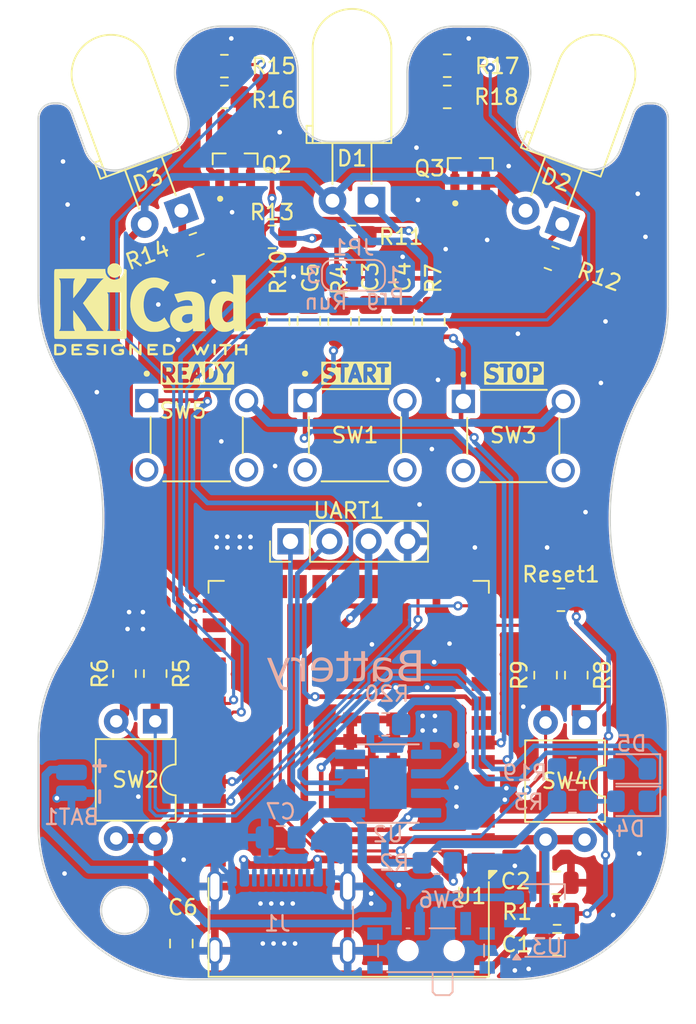
<source format=kicad_pcb>
(kicad_pcb (version 20240108) (generator "pcbnew") (generator_version "8.0")
  (layers (0 "F.Cu" signal) (31 "B.Cu" signal) (34 "B.Paste" user) (35 "F.Paste" user) (36 "B.SilkS" user "B.Silkscreen") (37 "F.SilkS" user "F.Silkscreen") (38 "B.Mask" user) (39 "F.Mask" user) (44 "Edge.Cuts" user))
  (net 0 "")
  (net 1 "+3V3")
  (net 2 "GND")
  (net 3 "/ESP_En")
  (net 4 "/ESP_Boot")
  (net 6 "Net-(Q2-Pad1)")
  (net 7 "Net-(Q3-Pad1)")
  (net 15 "/Esp32_UART_RX")
  (net 18 "/LED_IR")
  (net 25 "/Esp32_UART_TX")
  (net 26 "/LED_PROG")
  (net 27 "Net-(SW6A-B)")
  (net 34 "Net-(Q3-Pad3)")
  (net 35 "Net-(BAT1-+)")
  (net 36 "Net-(D1-K)")
  (net 37 "Net-(D2-K)")
  (net 38 "Net-(D3-K)")
  (net 39 "Net-(Q2-Pad3)")
  (net 40 "/STOP_BTN")
  (net 41 "/READY_BTN")
  (net 42 "+3.3V")
  (net 43 "/START_BTN")
  (net 44 "/SWITCH1")
  (net 45 "/SWITCH2")
  (net 46 "/SWITCH3")
  (net 47 "/SWITCH4")
  (net 48 "Net-(J1-VBUS-PadA4)")
  (net 57 "Net-(D4-A)")
  (net 58 "Net-(D4-K)")
  (net 59 "Net-(D5-K)")
  (net 60 "Net-(D5-A)")
  (net 61 "5V")
  (net 62 "Net-(U2-Prog)")
  (footprint "Resistor_SMD:R_0805_2012Metric_Pad1.20x1.40mm_HandSolder" (layer "F.Cu") (at 159.4 110.1 90)
    (property "Reference" "R8")
    (property "Value" "47K")
  )
  (footprint "Resistor_SMD:R_0805_2012Metric_Pad1.20x1.40mm_HandSolder" (layer "F.Cu") (at 136.5 72.5)
    (property "Reference" "R16")
    (property "Value" "100K")
  )
  (footprint "LED_THT:LED_D5.0mm_Horizontal_O3.81mm_Z15.0mm" (layer "F.Cu") (at 133.7 79.9 -160)
    (property "Reference" "D3")
    (property "Value" "LED")
  )
  (footprint "Capacitor_SMD:C_0805_2012Metric_Pad1.18x1.45mm_HandSolder" (layer "F.Cu") (at 142 87.0625 90)
    (property "Reference" "C5")
    (property "Value" "0.1uF")
  )
  (footprint "Perico:SOT23(IRLML2502)" (layer "F.Cu") (at 152.5 77.1275 90)
    (property "Reference" "Q3")
    (property "Value" "IRLML2502")
  )
  (footprint "Package_DIP:DIP-4_W7.62mm" (layer "F.Cu") (at 159.94 113.18 -90)
    (property "Reference" "SW4")
    (property "Value" "SW_DIP_x02")
  )
  (footprint "Perico:Switch" (layer "F.Cu") (at 145 94.5)
    (property "Reference" "SW1")
    (property "Value" "SW_Push")
  )
  (footprint "Capacitor_SMD:C_0805_2012Metric" (layer "F.Cu") (at 158.1 123.6)
    (property "Reference" "C2")
    (property "Value" "1uF")
  )
  (footprint "Resistor_SMD:R_0805_2012Metric_Pad1.20x1.40mm_HandSolder" (layer "F.Cu") (at 130 110 90)
    (property "Reference" "R6")
    (property "Value" "47K")
  )
  (footprint "Resistor_SMD:R_0805_2012Metric_Pad1.20x1.40mm_HandSolder" (layer "F.Cu") (at 158.4 105.2)
    (property "Reference" "Reset1")
    (property "Value" "Reset")
  )
  (footprint "Resistor_SMD:R_0805_2012Metric_Pad1.20x1.40mm_HandSolder" (layer "F.Cu") (at 157.8 83 -20)
    (property "Reference" "R12")
    (property "Value" "150r")
  )
  (footprint "Resistor_SMD:R_0805_2012Metric_Pad1.20x1.40mm_HandSolder" (layer "F.Cu") (at 136.5 70.5)
    (property "Reference" "R15")
    (property "Value" "4.7k")
  )
  (footprint "Resistor_SMD:R_0805_2012Metric_Pad1.20x1.40mm_HandSolder" (layer "F.Cu") (at 132 110 90)
    (property "Reference" "R5")
    (property "Value" "47K")
  )
  (footprint "RF_Module:ESP32-WROOM-32D" (layer "F.Cu") (at 144.59 113.85 180)
    (property "Reference" "U1")
    (property "Value" "ESP32-WROOM-32D")
  )
  (footprint "Resistor_SMD:R_0805_2012Metric_Pad1.20x1.40mm_HandSolder" (layer "F.Cu") (at 134.7 82.1 20)
    (property "Reference" "R14")
    (property "Value" "150r")
  )
  (footprint "Symbol:KiCad-Logo2_5mm_SilkScreen" (layer "F.Cu") (at 131.7 86.3)
    (property "Reference" "REF**" (hide yes))
    (property "Value" "KiCad-Logo2_5mm_SilkScreen" (hide yes))
  )
  (footprint "Capacitor_SMD:C_0805_2012Metric_Pad1.18x1.45mm_HandSolder" (layer "F.Cu") (at 148.1 87.0625 90)
    (property "Reference" "C4")
    (property "Value" "0.1uF")
  )
  (footprint "Capacitor_SMD:C_0805_2012Metric" (layer "F.Cu") (at 133.7 127.55 90)
    (property "Reference" "C6")
    (property "Value" "1uF")
  )
  (footprint "Resistor_SMD:R_0805_2012Metric_Pad1.20x1.40mm_HandSolder" (layer "F.Cu") (at 140 87.1 90)
    (property "Reference" "R10")
    (property "Value" "47K")
  )
  (footprint "Capacitor_SMD:C_0805_2012Metric_Pad1.18x1.45mm_HandSolder" (layer "F.Cu") (at 146 87.0625 90)
    (property "Reference" "C3")
    (property "Value" "0.1uF")
  )
  (footprint "Resistor_SMD:R_0805_2012Metric" (layer "F.Cu") (at 158.15 125.6)
    (property "Reference" "R1")
    (property "Value" "10K")
  )
  (footprint "Resistor_SMD:R_0805_2012Metric_Pad1.20x1.40mm_HandSolder" (layer "F.Cu") (at 157.4 110.1 90)
    (property "Reference" "R9")
    (property "Value" "47K")
  )
  (footprint "Perico:Switch" (layer "F.Cu") (at 134.7 94.5)
    (property "Reference" "SW5")
    (property "Value" "SW_Push")
  )
  (footprint "LED_THT:LED_D5.0mm_Horizontal_O3.81mm_Z15.0mm" (layer "F.Cu") (at 158.486819 80.768731 160)
    (property "Reference" "D2")
    (property "Value" "LED")
  )
  (footprint "Connector_PinHeader_2.54mm:PinHeader_1x04_P2.54mm_Vertical" (layer "F.Cu") (at 140.8 101.4 90)
    (property "Reference" "UART1")
    (property "Value" "Conn_01x04_Pin")
  )
  (footprint "Resistor_SMD:R_0805_2012Metric_Pad1.20x1.40mm_HandSolder" (layer "F.Cu") (at 150.1 87.1 90)
    (property "Reference" "R7")
    (property "Value" "47K")
  )
  (footprint "Perico:Switch" (layer "F.Cu") (at 155.3 94.55)
    (property "Reference" "SW3")
    (property "Value" "SW_Push")
  )
  (footprint "Resistor_SMD:R_0805_2012Metric_Pad1.20x1.40mm_HandSolder" (layer "F.Cu") (at 151 72.5)
    (property "Reference" "R18")
    (property "Value" "100K")
  )
  (footprint "Resistor_SMD:R_0805_2012Metric_Pad1.20x1.40mm_HandSolder" (layer "F.Cu") (at 139.6 81.6 180)
    (property "Reference" "R13")
    (property "Value" "0r")
  )
  (footprint "Resistor_SMD:R_0805_2012Metric_Pad1.20x1.40mm_HandSolder" (layer "F.Cu") (at 151 70.475)
    (property "Reference" "R17")
    (property "Value" "4.7k")
  )
  (footprint "Package_DIP:DIP-4_W7.62mm" (layer "F.Cu") (at 132 113.1 -90)
    (property "Reference" "SW2")
    (property "Value" "SW_DIP_x02")
  )
  (footprint "Capacitor_SMD:C_0805_2012Metric" (layer "F.Cu") (at 158.15 127.6 180)
    (property "Reference" "C1")
    (property "Value" "0.1uF")
  )
  (footprint "LED_THT:LED_D5.0mm_Horizontal_O3.81mm_Z15.0mm" (layer "F.Cu") (at 146.075 79.25 180)
    (property "Reference" "D1")
    (property "Value" "LED")
  )
  (footprint "Resistor_SMD:R_0805_2012Metric_Pad1.20x1.40mm_HandSolder" (layer "F.Cu") (at 144.8 81.6 180)
    (property "Reference" "R11")
    (property "Value" "150r")
  )
  (footprint "Resistor_SMD:R_0805_2012Metric_Pad1.20x1.40mm_HandSolder" (layer "F.Cu") (at 144 87.1 90)
    (property "Reference" "R4")
    (property "Value" "47K")
  )
  (footprint "Perico:SOT23(IRLML2502)" (layer "F.Cu") (at 137.2 76.8275 90)
    (property "Reference" "Q2")
    (property "Value" "IRLML2502" (hide yes))
  )
  (footprint "Resistor_SMD:R_0805_2012Metric_Pad1.20x1.40mm_HandSolder" (layer "B.Cu") (at 150.35 122.3 180)
    (property "Reference" "R2")
    (property "Value" "0r")
  )
  (footprint "Resistor_SMD:R_0805_2012Metric_Pad1.20x1.40mm_HandSolder" (layer "B.Cu") (at 159.15 116.2)
    (property "Reference" "R19")
    (property "Value" "150r")
  )
  (footprint "Jumper:SolderJumper-3_P1.3mm_Open_RoundedPad1.0x1.5mm_NumberLabels" (layer "B.Cu") (at 144.9 84.1 180)
    (property "Reference" "JP1")
    (property "Value" "Jumper_3_Open")
  )
  (footprint "Resistor_SMD:R_0805_2012Metric_Pad1.20x1.40mm_HandSolder" (layer "B.Cu") (at 147 113.3)
    (property "Reference" "R20")
    (property "Value" "1K5")
  )
  (footprint "LED_SMD:LED_0805_2012Metric_Pad1.15x1.40mm_HandSolder" (layer "B.Cu") (at 163 116.2 180)
    (property "Reference" "D5")
    (property "Value" "LED")
  )
  (footprint "Resistor_SMD:R_0805_2012Metric_Pad1.20x1.40mm_HandSolder" (layer "B.Cu") (at 159.15 118.3)
    (property "Reference" "R3")
    (property "Value" "150r")
  )
  (footprint "Perico:SOP-8-EP" (layer "B.Cu") (at 147.15 117.15 180)
    (property "Reference" "U2")
    (property "Value" "~")
  )
  (footprint "Package_TO_SOT_SMD:SOT-89-3" (layer "B.Cu") (at 157.3 126.05)
    (property "Reference" "U3")
    (property "Value" "AMS1117-3.3")
  )
  (footprint "Capacitor_SMD:C_0805_2012Metric_Pad1.18x1.45mm_HandSolder" (layer "B.Cu") (at 140.1625 120.65 180)
    (property "Reference" "C7")
    (property "Value" "10uF")
  )
  (footprint "Button_Switch_SMD:SW_SPDT_PCM12" (layer "B.Cu") (at 149.95 127.68 180)
    (property "Reference" "SW6")
    (property "Value" "SW_DPDT_x2")
  )
  (footprint "Connector_Wire:SolderWirePad_1x01_SMD_1x2mm" (layer "B.Cu") (at 126.5525 116.4225 -90)
    (property "Reference" "BAT1")
    (property "Value" "3.7V")
  )
  (footprint "Connector_USB:USB_C_Receptacle_GCT_USB4105-xx-A_16P_TopMnt_Horizontal" (layer "B.Cu") (at 140.2 126.95 180)
    (property "Reference" "J1")
    (property "Value" "USB_C_Receptacle_USB2.0_16P")
  )
  (footprint "LED_SMD:LED_0805_2012Metric_Pad1.15x1.40mm_HandSolder" (layer "B.Cu") (at 163 118.3 180)
    (property "Reference" "D4")
    (property "Value" "LED")
  )
  (gr_line (start 125.645 72.9) (end 125.385 72.9) (stroke (width 0.1)) (layer "Edge.Cuts"))
  (gr_arc (start 128.6 99.9) (mid 127.92305 104.64953) (end 125.946114 109.020802) (stroke (width 0.1)) (layer "Edge.Cuts"))
  (gr_line (start 164.385 72.9) (end 164.05 72.9) (stroke (width 0.1)) (layer "Edge.Cuts"))
  (gr_arc (start 163.123368 73.524027) (mid 163.491417 73.07055) (end 164.05 72.9) (stroke (width 0.1)) (layer "Edge.Cuts"))
  (gr_arc (start 163.983117 108.58025) (mid 161.6 99.9) (end 163.983117 91.21975) (stroke (width 0.1)) (layer "Edge.Cuts"))
  (gr_line (start 134.019535 73.519035) (end 133.434322 71.910338) (stroke (width 0.1)) (layer "Edge.Cuts"))
  (gr_arc (start 156.890387 76.08519) (mid 155.739796 75.036698) (end 155.68946 73.480852) (stroke (width 0.1)) (layer "Edge.Cuts"))
  (gr_line (start 143.306 75.4) (end 146.385 75.4) (stroke (width 0.1)) (layer "Edge.Cuts"))
  (gr_arc (start 143.306 75.4) (mid 141.891786 74.814214) (end 141.306 73.4) (stroke (width 0.1)) (layer "Edge.Cuts"))
  (gr_arc (start 165.385 119.9) (mid 162.456068 126.971068) (end 155.385 129.9) (stroke (width 0.1)) (layer "Edge.Cuts"))
  (gr_line (start 141.306 70.9016) (end 141.306 73.4) (stroke (width 0.1)) (layer "Edge.Cuts"))
  (gr_arc (start 125.645 72.9) (mid 126.218683 73.080923) (end 126.584782 73.558225) (stroke (width 0.1)) (layer "Edge.Cuts"))
  (gr_arc (start 125.946114 90.779198) (mid 127.923051 95.15047) (end 128.6 99.9) (stroke (width 0.1)) (layer "Edge.Cuts"))
  (gr_line (start 155.385 129.9) (end 134.385 129.9) (stroke (width 0.1)) (layer "Edge.Cuts"))
  (gr_arc (start 138.304534 67.9016) (mid 140.426802 68.779761) (end 141.306 70.9016) (stroke (width 0.1)) (layer "Edge.Cuts"))
  (gr_line (start 151.390127 67.9052) (end 153.438127 67.9087) (stroke (width 0.1)) (layer "Edge.Cuts"))
  (gr_line (start 132.837021 76.116792) (end 130.018021 77.142792) (stroke (width 0.1)) (layer "Edge.Cuts"))
  (gr_arc (start 130.018021 77.142791) (mid 128.488518 77.0759) (end 127.454438 75.946949) (stroke (width 0.1)) (layer "Edge.Cuts"))
  (gr_arc (start 163.983148 108.579941) (mid 165.02817 111.0385) (end 165.384999 113.686) (stroke (width 0.1)) (layer "Edge.Cuts"))
  (gr_arc (start 148.385 73.4) (mid 147.799214 74.814214) (end 146.385 75.4) (stroke (width 0.1)) (layer "Edge.Cuts"))
  (gr_arc (start 124.385 114.386) (mid 124.783208 111.592151) (end 125.946119 109.020808) (stroke (width 0.1)) (layer "Edge.Cuts"))
  (gr_arc (start 164.385 72.9) (mid 165.092107 73.192893) (end 165.385 73.9) (stroke (width 0.1)) (layer "Edge.Cuts"))
  (gr_line (start 165.385 73.9) (end 165.385 86.1136) (stroke (width 0.1)) (layer "Edge.Cuts"))
  (gr_line (start 127.453874 75.947154) (end 126.585047 73.558129) (stroke (width 0.1)) (layer "Edge.Cuts"))
  (gr_arc (start 125.946119 90.779192) (mid 124.783208 88.207849) (end 124.385001 85.414) (stroke (width 0.1)) (layer "Edge.Cuts"))
  (gr_line (start 124.385 119.9) (end 124.385 114.386) (stroke (width 0.1)) (layer "Edge.Cuts"))
  (gr_arc (start 165.385 86.1136) (mid 165.028171 88.7611) (end 163.983148 91.219659) (stroke (width 0.1)) (layer "Edge.Cuts"))
  (gr_line (start 136.258534 67.9026) (end 138.304534 67.9016) (stroke (width 0.1)) (layer "Edge.Cuts"))
  (gr_arc (start 162.267646 75.87456) (mid 161.237952 77.029925) (end 159.692133 77.104649) (stroke (width 0.1)) (layer "Edge.Cuts"))
  (gr_arc (start 134.019535 73.519035) (mid 133.97328 75.066002) (end 132.837021 76.116792) (stroke (width 0.1)) (layer "Edge.Cuts"))
  (gr_arc (start 134.385 129.9) (mid 127.313932 126.971068) (end 124.385 119.9) (stroke (width 0.1)) (layer "Edge.Cuts"))
  (gr_arc (start 133.434322 71.910338) (mid 133.807721 69.174503) (end 136.258534 67.902601) (stroke (width 0.1)) (layer "Edge.Cuts"))
  (gr_line (start 165.385 113.686) (end 165.385 119.9) (stroke (width 0.1)) (layer "Edge.Cuts"))
  (gr_circle (center 130 125.4) (end 128.5 125.4) (stroke (width 0.1)) (fill none) (layer "Edge.Cuts"))
  (gr_arc (start 153.438127 67.9087) (mid 155.884823 69.179946) (end 156.260448 71.911483) (stroke (width 0.1)) (layer "Edge.Cuts"))
  (gr_line (start 148.385 73.4) (end 148.385 70.9052) (stroke (width 0.1)) (layer "Edge.Cuts"))
  (gr_arc (start 148.385 70.9052) (mid 149.265493 68.782068) (end 151.390127 67.905204) (stroke (width 0.1)) (layer "Edge.Cuts"))
  (gr_line (start 124.385 85.414) (end 124.385 73.9) (stroke (width 0.1)) (layer "Edge.Cuts"))
  (gr_arc (start 124.385 73.9) (mid 124.677893 73.192893) (end 125.385 72.9) (stroke (width 0.1)) (layer "Edge.Cuts"))
  (gr_line (start 162.267646 75.87456) (end 163.123368 73.524027) (stroke (width 0.1)) (layer "Edge.Cuts"))
  (gr_line (start 159.692133 77.104649) (end 156.890387 76.08519) (stroke (width 0.1)) (layer "Edge.Cuts"))
  (gr_line (start 155.68946 73.480852) (end 156.260448 71.911483) (stroke (width 0.1)) (layer "Edge.Cuts"))
  (gr_text "Prg\n" (at 145.6 86.1 0) (layer "B.SilkS") (effects (font (size 1 1)) (justify right bottom mirror)))
  (gr_text "Run\n" (at 141.6 86.4 0) (layer "B.SilkS") (effects (font (size 1 1)) (justify right bottom mirror)))
  (gr_text "- +" (at 128.9 118.75 90) (layer "B.SilkS") (effects (font (size 1 1) (thickness 0.2) (bold yes)) (justify left bottom)))
  (gr_text "Battery\n" (at 149.55 110.85 0) (layer "B.SilkS") (effects (font (size 2 2) (thickness 0.3)) (justify left bottom mirror)))
  (gr_text "READY" (at 132.2 91.1 0) (layer "F.SilkS" knockout) (effects (font (size 1 1) (thickness 0.25) (bold yes)) (justify left bottom)))
  (gr_text "STOP\n" (at 153.3 91.1 0) (layer "F.SilkS" knockout) (effects (font (size 1 1) (thickness 0.25) (bold yes)) (justify left bottom)))
  (gr_text "START" (at 142.7 91.1 0) (layer "F.SilkS" knockout) (effects (font (size 1 1) (thickness 0.25) (bold yes)) (justify left bottom)))
  (segment (start 132.2 127) (end 133.7 128.5) (width 0.6) (layer "F.Cu") (net 1))
  (segment (start 153.34 120.83) (end 157.2375 120.83) (width 0.5) (layer "F.Cu") (net 1))
  (segment (start 129.46 120.72) (end 132 120.72) (width 0.6) (layer "F.Cu") (net 1))
  (segment (start 132.2 120.92) (end 132.2 127) (width 0.6) (layer "F.Cu") (net 1))
  (segment (start 130.296 101.596) (end 133.6 104.9) (width 0.5) (layer "F.Cu") (net 1))
  (segment (start 155.2 127.6375) (end 157.2375 125.6) (width 0.5) (layer "F.Cu") (net 1))
  (segment (start 131.313181 80.768731) (end 130.296 81.785912) (width 0.5) (layer "F.Cu") (net 1))
  (segment (start 153.34 120.83) (end 142.51995 120.83) (width 0.5) (layer "F.Cu") (net 1))
  (segment (start 141.7 120.01005) (end 141.7 109.4) (width 0.5) (layer "F.Cu") (net 1))
  (segment (start 133.6 104.9) (end 133.6 119.12) (width 0.5) (layer "F.Cu") (net 1))
  (segment (start 134.75 129.55) (end 153.45 129.55) (width 0.5) (layer "F.Cu") (net 1))
  (segment (start 157.2 121) (end 157.2 125.5625) (width 0.3) (layer "F.Cu") (net 1))
  (segment (start 159.94 120.8) (end 153.37 120.8) (width 0.6) (layer "F.Cu") (net 1))
  (segment (start 141.7 109.4) (end 144.7 106.4) (width 0.5) (layer "F.Cu") (net 1))
  (segment (start 155.2 127.8) (end 155.2 127.6375) (width 0.5) (layer "F.Cu") (net 1))
  (segment (start 130.296 81.785912) (end 130.296 101.596) (width 0.5) (layer "F.Cu") (net 1))
  (segment (start 153.45 129.55) (end 155.2 127.8) (width 0.5) (layer "F.Cu") (net 1))
  (segment (start 142.51995 120.83) (end 141.7 120.01005) (width 0.5) (layer "F.Cu") (net 1))
  (segment (start 132 120.72) (end 132.2 120.92) (width 0.6) (layer "F.Cu") (net 1))
  (segment (start 133.6 119.12) (end 132 120.72) (width 0.5) (layer "F.Cu") (net 1))
  (segment (start 157.2375 120.83) (end 157.2375 125.6) (width 0.5) (layer "F.Cu") (net 1))
  (segment (start 133.7 128.5) (end 134.75 129.55) (width 0.5) (layer "F.Cu") (net 1))
  (via (at 144.7 106.4) (size 0.6) (drill 0.3) (layers "F.Cu" "B.Cu") (net 1))
  (segment (start 145.88 105.22) (end 144.7 106.4) (width 0.5) (layer "B.Cu") (net 1))
  (segment (start 149.5 83) (end 148.4 81.9) (width 0.5) (layer "B.Cu") (net 1))
  (segment (start 131.313181 79.495939) (end 133.10912 77.7) (width 0.5) (layer "B.Cu") (net 1))
  (segment (start 143.335 79.25) (end 144.885 77.7) (width 0.5) (layer "B.Cu") (net 1))
  (segment (start 157.3 126.05) (end 157.4 125.95) (width 0.5) (layer "B.Cu") (net 1))
  (segment (start 131.313181 80.768731) (end 131.313181 79.495939) (width 0.5) (layer "B.Cu") (net 1))
  (segment (start 155.4375 126.05) (end 157.3 126.05) (width 0.5) (layer "B.Cu") (net 1))
  (segment (start 148.4 81.9) (end 145.985 81.9) (width 0.5) (layer "B.Cu") (net 1))
  (segment (start 141.785 77.7) (end 143.335 79.25) (width 0.5) (layer "B.Cu") (net 1))
  (segment (start 150.722182 77.7) (end 150.972182 77.95) (width 0.5) (layer "B.Cu") (net 1))
  (segment (start 148.8 85.8) (end 149.5 85.1) (width 0.5) (layer "B.Cu") (net 1))
  (segment (start 154.15 77.95) (end 156.1 79.9) (width 0.5) (layer "B.Cu") (net 1))
  (segment (start 143.6 85.322758) (end 144.077242 85.8) (width 0.5) (layer "B.Cu") (net 1))
  (segment (start 144.077242 85.8) (end 148.8 85.8) (width 0.5) (layer "B.Cu") (net 1))
  (segment (start 145.985 81.9) (end 143.335 79.25) (width 0.5) (layer "B.Cu") (net 1))
  (segment (start 133.10912 77.7) (end 141.785 77.7) (width 0.5) (layer "B.Cu") (net 1))
  (segment (start 157.4 125.95) (end 157.4 120.8) (width 0.5) (layer "B.Cu") (net 1))
  (segment (start 149.5 85.1) (end 149.5 83) (width 0.5) (layer "B.Cu") (net 1))
  (segment (start 144.885 77.7) (end 150.722182 77.7) (width 0.5) (layer "B.Cu") (net 1))
  (segment (start 145.88 101.4) (end 145.88 105.22) (width 0.5) (layer "B.Cu") (net 1))
  (segment (start 150.972182 77.95) (end 154.15 77.95) (width 0.5) (layer "B.Cu") (net 1))
  (segment (start 143.6 84.1) (end 143.6 85.322758) (width 0.5) (layer "B.Cu") (net 1))
  (segment (start 140 86.1) (end 150.1 86.1) (width 0.3) (layer "F.Cu") (net 2))
  (segment (start 157.2 127.6) (end 158.05 126.75) (width 0.3) (layer "F.Cu") (net 2))
  (segment (start 157.2 128.3) (end 156.3 129.2) (width 0.3) (layer "F.Cu") (net 2))
  (segment (start 155 77) (end 154.035 77.965) (width 0.3) (layer "F.Cu") (net 2))
  (segment (start 159.4 109.1) (end 157.4 109.1) (width 0.5) (layer "F.Cu") (net 2))
  (segment (start 158.05 124.6) (end 159.05 123.6) (width 0.3) (layer "F.Cu") (net 2))
  (segment (start 157.2 127.6) (end 157.2 128.3) (width 0.3) (layer "F.Cu") (net 2))
  (segment (start 158.05 126.75) (end 158.05 124.6) (width 0.3) (layer "F.Cu") (net 2))
  (segment (start 154.035 77.965) (end 153.45 77.965) (width 0.3) (layer "F.Cu") (net 2))
  (via (at 133.85 122.1) (size 0.6) (drill 0.3) (layers "F.Cu" "B.Cu") (net 2))
  (via (at 146.1 108.1) (size 0.6) (drill 0.3) (layers "F.Cu" "B.Cu") (net 2))
  (via (at 161 91.1) (size 0.6) (drill 0.3) (layers "F.Cu" "B.Cu") (net 2))
  (via (at 127.3 81.7) (size 0.6) (drill 0.3) (layers "F.Cu" "B.Cu") (net 2))
  (via (at 149 75.8) (size 0.6) (drill 0.3) (layers "F.Cu" "B.Cu") (net 2))
  (via (at 140.95 124.95) (size 0.6) (drill 0.3) (layers "F.Cu" "B.Cu") (net 2))
  (via (at 155.4 122.5) (size 0.6) (drill 0.3) (layers "F.Cu" "B.Cu") (net 2))
  (via (at 151.6 118.65) (size 0.6) (drill 0.3) (layers "F.Cu" "B.Cu") (net 2))
  (via (at 126 76.7) (size 0.6) (drill 0.3) (layers "F.Cu" "B.Cu") (net 2))
  (via (at 152.4 68.7) (size 0.6) (drill 0.3) (layers "F.Cu" "B.Cu") (net 2))
  (via (at 130.3 106) (size 0.6) (drill 0.3) (layers "F.Cu" "B.Cu") (net 2))
  (via (at 139.55 124.95) (size 0.6) (drill 0.3) (layers "F.Cu" "B.Cu") (net 2))
  (via (at 126.1 123) (size 0.6) (drill 0.3) (layers "F.Cu" "B.Cu") (net 2))
  (via (at 125.6 118.1) (size 0.6) (drill 0.3) (layers "F.Cu" "B.Cu") (net 2))
  (via (at 160 99.5) (size 0.6) (drill 0.3) (layers "F.Cu" "B.Cu") (net 2))
  (via (at 140.25 124.95) (size 0.6) (drill 0.3) (layers "F.Cu" "B.Cu") (net 2))
  (via (at 131.2 106) (size 0.6) (drill 0.3) (layers "F.Cu" "B.Cu") (net 2))
  (via (at 139.8 96.5) (size 0.6) (drill 0.3) (layers "F.Cu" "B.Cu") (net 2))
  (via (at 136.7 101.1) (size 0.6) (drill 0.3) (layers "F.Cu" "B.Cu") (net 2))
  (via (at 140.1 74.8) (size 0.6) (drill 0.3) (layers "F.Cu" "B.Cu") (net 2))
  (via (at 138.2 101.1) (size 0.6) (drill 0.3) (layers "F.Cu" "B.Cu") (net 2))
  (via (at 150.2 112.75) (size 0.6) (drill 0.3) (layers "F.Cu" "B.Cu") (net 2))
  (via (at 137 80) (size 0.6) (drill 0.3) (layers "F.Cu" "B.Cu") (net 2))
  (via (at 138.85 124.95) (size 0.6) (drill 0.3) (layers "F.Cu" "B.Cu") (net 2))
  (via (at 156.3 129.2) (size 0.6) (drill 0.3) (layers "F.Cu" "B.Cu") (net 2))
  (via (at 133.5 88.3) (size 0.6) (drill 0.3) (layers "F.Cu" "B.Cu") (net 2))
  (via (at 137.5 101.1) (size 0.6) (drill 0.3) (layers "F.Cu" "B.Cu") (net 2))
  (via (at 150 95.4) (size 0.6) (drill 0.3) (layers "F.Cu" "B.Cu") (net 2))
  (via (at 155.4 129.3) (size 0.6) (drill 0.3) (layers "F.Cu" "B.Cu") (net 2))
  (via (at 130.9 118) (size 0.6) (drill 0.3) (layers "F.Cu" "B.Cu") (net 2))
  (via (at 137.5 101.8) (size 0.6) (drill 0.3) (layers "F.Cu" "B.Cu") (net 2))
  (via (at 126.3 79.5) (size 0.6) (drill 0.3) (layers "F.Cu" "B.Cu") (net 2))
  (via (at 149.7 110.9) (size 0.6) (drill 0.3) (layers "F.Cu" "B.Cu") (net 2))
  (via (at 151.6 117.4) (size 0.6) (drill 0.3) (layers "F.Cu" "B.Cu") (net 2))
  (via (at 150.15 109.25) (size 0.6) (drill 0.3) (layers "F.Cu" "B.Cu") (net 2))
  (via (at 146.05 124.95) (size 0.6) (drill 0.3) (layers "F.Cu" "B.Cu") (net 2))
  (via (at 132.2 86) (size 0.6) (drill 0.3) (layers "F.Cu" "B.Cu") (net 2))
  (via (at 147.85 123.75) (size 0.6) (drill 0.3) (layers "F.Cu" "B.Cu") (net 2))
  (via (at 148.1 82.9) (size 0.6) (drill 0.3) (layers "F.Cu" "B.Cu") (net 2))
  (via (at 149.4 113.7) (size 0.6) (drill 0.3) (layers "F.Cu" "B.Cu") (net 2))
  (via (at 138.2 101.8) (size 0.6) (drill 0.3) (layers "F.Cu" "B.Cu") (net 2))
  (via (at 150.4 90.9) (size 0.6) (drill 0.3) (layers "F.Cu" "B.Cu") (net 2))
  (via (at 136 101.1) (size 0.6) (drill 0.3) (layers "F.Cu" "B.Cu") (net 2))
  (via (at 155.95 112.15) (size 0.6) (drill 0.3) (layers "F.Cu" "B.Cu") (net 2))
  (via (at 150.9 82.4) (size 0.6) (drill 0.3) (layers "F.Cu" "B.Cu") (net 2))
  (via (at 163.5 121.7) (size 0.6) (drill 0.3) (layers "F.Cu" "B.Cu") (net 2))
  (via (at 161.8 125.7) (size 0.6) (drill 0.3) (layers "F.Cu" "B.Cu") (net 2))
  (via (at 141.1 127.55) (size 0.6) (drill 0.3) (layers "F.Cu" "B.Cu") (net 2))
  (via (at 150.2 113.7) (size 0.6) (drill 0.3) (layers "F.Cu" "B.Cu") (net 2))
  (via (at 155.6 87.9) (size 0.6) (drill 0.3) (layers "F.Cu" "B.Cu") (net 2))
  (via (at 157.5 101.8) (size 0.6) (drill 0.3) (layers "F.Cu" "B.Cu") (net 2))
  (via (at 154.85 117.45) (size 0.6) (drill 0.3) (layers "F.Cu" "B.Cu") (net 2))
  (via (at 161.3 87.1) (size 0.6) (drill 0.3) (layers "F.Cu" "B.Cu") (net 2))
  (via (at 140.4 127.55) (size 0.6) (drill 0.3) (layers "F.Cu" "B.Cu") (net 2))
  (via (at 153.6 81.8) (size 0.6) (drill 0.3) (layers "F.Cu" "B.Cu") (net 2))
  (via (at 151.15 108.05) (size 0.6) (drill 0.3) (layers "F.Cu" "B.Cu") (net 2))
  (via (at 136.3 94.9) (size 0.6) (drill 0.3) (layers "F.Cu" "B.Cu") (net 2))
  (via (at 141 84.2) (size 0.6) (drill 0.3) (layers "F.Cu" "B.Cu") (net 2))
  (via (at 155 77) (size 0.6) (drill 0.3) (layers "F.Cu" "B.Cu") (net 2))
  (via (at 139 127.55) (size 0.6) (drill 0.3) (layers "F.Cu" "B.Cu") (net 2))
  (via (at 136.7 101.8) (size 0.6) (drill 0.3) (layers "F.Cu" "B.Cu") (net 2))
  (via (at 136.95 68.7) (size 0.6) (drill 0.3) (layers "F.Cu" "B.Cu") (net 2))
  (via (at 154.75 118.2) (size 0.6) (drill 0.3) (layers "F.Cu" "B.Cu") (net 2))
  (via (at 128.2 91.7) (size 0.6) (drill 0.3) (layers "F.Cu" "B.Cu") (net 2))
  (via (at 135.8 84.5) (size 0.6) (drill 0.3) (layers "F.Cu" "B.Cu") (net 2))
  (via (at 147.648527 110.9) (size 0.6) (drill 0.3) (layers "F.Cu" "B.Cu") (net 2))
  (via (at 163.9 81.6) (size 0.6) (drill 0.3) (layers "F.Cu" "B.Cu") (net 2))
  (via (at 149.1 79.2) (size 0.6) (drill 0.3) (layers "F.Cu" "B.Cu") (net 2))
  (via (at 146.05 124.3) (size 0.6) (drill 0.3) (layers "F.Cu" "B.Cu") (net 2))
  (via (at 163.4 78.8) (size 0.6) (drill 0.3) (layers "F.Cu" "B.Cu") (net 2))
  (via (at 130.2 107.1) (size 0.6) (drill 0.3) (layers "F.Cu" "B.Cu") (net 2))
  (via (at 136 101.8) (size 0.6) (drill 0.3) (layers "F.Cu" "B.Cu") (net 2))
  (via (at 149.4 112.75) (size 0.6) (drill 0.3) (layers "F.Cu" "B.Cu") (net 2))
  (via (at 139.7 127.55) (size 0.6) (drill 0.3) (layers "F.Cu" "B.Cu") (net 2))
  (via (at 149.2 99) (size 0.6) (drill 0.3) (layers "F.Cu" "B.Cu") (net 2))
  (via (at 152.8 101.8) (size 0.6) (drill 0.3) (layers "F.Cu" "B.Cu") (net 2))
  (via (at 131.2 107.1) (size 0.6) (drill 0.3) (layers "F.Cu" "B.Cu") (net 2))
  (segment (start 146 113.3) (end 147 114.3) (width 0.3) (layer "B.Cu") (net 2))
  (segment (start 149.625 115.245) (end 149.625 113.925) (width 0.3) (layer "B.Cu") (net 2))
  (segment (start 137 123.27) (end 135.83 122.1) (width 0.3) (layer "B.Cu") (net 2))
  (segment (start 143.945 123.27) (end 144.52 123.845) (width 0.3) (layer "B.Cu") (net 2))
  (segment (start 151.215 117.785) (end 151.6 117.4) (width 0.3) (layer "B.Cu") (net 2))
  (segment (start 136.455 123.27) (end 135.88 123.845) (width 0.3) (layer "B.Cu") (net 2))
  (segment (start 135.83 122.1) (end 133.85 122.1) (width 0.3) (layer "B.Cu") (net 2))
  (segment (start 150.735 117.785) (end 149.625 117.785) (width 0.3) (layer "B.Cu") (net 2))
  (segment (start 155 77) (end 154.9 76.9) (width 0.3) (layer "B.Cu") (net 2))
  (segment (start 149.625 113.925) (end 149.4 113.7) (width 0.3) (layer "B.Cu") (net 2))
  (segment (start 149.625 115.245) (end 149.625 114.275) (width 0.3) (layer "B.Cu") (net 2))
  (segment (start 143.4 123.27) (end 143.4 121.55) (width 0.3) (layer "B.Cu") (net 2))
  (segment (start 149.625 114.275) (end 150.2 113.7) (width 0.3) (layer "B.Cu") (net 2))
  (segment (start 151.6 118.65) (end 150.735 117.785) (width 0.3) (layer "B.Cu") (net 2))
  (segment (start 147 114.3) (end 148.8 114.3) (width 0.3) (layer "B.Cu") (net 2))
  (segment (start 143.4 123.27) (end 143.945 123.27) (width 0.3) (layer "B.Cu") (net 2))
  (segment (start 148.8 114.3) (end 149.4 113.7) (width 0.3) (layer "B.Cu") (net 2))
  (segment (start 137 123.27) (end 136.455 123.27) (width 0.3) (layer "B.Cu") (net 2))
  (segment (start 149.625 117.785) (end 151.215 117.785) (width 0.3) (layer "B.Cu") (net 2))
  (segment (start 143.4 121.55) (end 143.75 121.2) (width 0.3) (layer "B.Cu") (net 2))
  (segment (start 161.3 114.25) (end 161.3 121.8) (width 0.3) (layer "F.Cu") (net 3))
  (segment (start 161.5 114.05) (end 161.3 114.25) (width 0.3) (layer "F.Cu") (net 3))
  (segment (start 159.1 127.6) (end 159.1 125.6375) (width 0.3) (layer "F.Cu") (net 3))
  (segment (start 159.0625 125.6) (end 160.1 125.6) (width 0.3) (layer "F.Cu") (net 3))
  (segment (start 160.6 119.6) (end 161.3 120.3) (width 0.3) (layer "F.Cu") (net 3))
  (segment (start 159.4 106.3) (end 159.4 105.2) (width 0.3) (layer "F.Cu") (net 3))
  (segment (start 153.38 119.6) (end 160.6 119.6) (width 0.3) (layer "F.Cu") (net 3))
  (segment (start 161.3 120.3) (end 161.3 121.8) (width 0.3) (layer "F.Cu") (net 3))
  (via (at 161.3 121.8) (size 0.6) (drill 0.3) (layers "F.Cu" "B.Cu") (net 3))
  (via (at 161.5 114.05) (size 0.6) (drill 0.3) (layers "F.Cu" "B.Cu") (net 3))
  (via (at 160.1 125.6) (size 0.6) (drill 0.3) (layers "F.Cu" "B.Cu") (net 3))
  (via (at 159.4 106.3) (size 0.6) (drill 0.3) (layers "F.Cu" "B.Cu") (net 3))
  (segment (start 160.25 119.554365) (end 161.3 120.604365) (width 0.3) (layer "B.Cu") (net 3))
  (segment (start 161.5 108.8) (end 161.5 114.05) (width 0.3) (layer "B.Cu") (net 3))
  (segment (start 161.3 124.4) (end 160.1 125.6) (width 0.3) (layer "B.Cu") (net 3))
  (segment (start 159.4 106.3) (end 159.4 106.7) (width 0.3) (layer "B.Cu") (net 3))
  (segment (start 161.3 121.8) (end 161.3 124.4) (width 0.3) (layer "B.Cu") (net 3))
  (segment (start 161.3 120.604365) (end 161.3 121.8) (width 0.3) (layer "B.Cu") (net 3))
  (segment (start 159.4 106.7) (end 161.5 108.8) (width 0.3) (layer "B.Cu") (net 3))
  (segment (start 134.71 105.59) (end 135.84 105.59) (width 0.3) (layer "F.Cu") (net 4))
  (segment (start 134.511091 105.788909) (end 134.71 105.59) (width 0.3) (layer "F.Cu") (net 4))
  (via (at 134.511091 105.788909) (size 0.6) (drill 0.3) (layers "F.Cu" "B.Cu") (net 4))
  (segment (start 144.5 82.8) (end 144.9 83.2) (width 0.3) (layer "B.Cu") (net 4))
  (segment (start 134.511091 105.788909) (end 133.65 104.927818) (width 0.3) (layer "B.Cu") (net 4))
  (segment (start 133.65 89.45) (end 140.3 82.8) (width 0.3) (layer "B.Cu") (net 4))
  (segment (start 140.3 82.8) (end 144.5 82.8) (width 0.3) (layer "B.Cu") (net 4))
  (segment (start 133.65 104.927818) (end 133.65 89.45) (width 0.3) (layer "B.Cu") (net 4))
  (segment (start 144.9 83.2) (end 144.9 84.1) (width 0.3) (layer "B.Cu") (net 4))
  (segment (start 135.5 77.1525) (end 136.2 77.8525) (width 0.4) (layer "F.Cu") (net 6))
  (segment (start 135.5 72.5) (end 135.5 77.1525) (width 0.4) (layer "F.Cu") (net 6))
  (segment (start 135.5 70.5) (end 135.5 72.5) (width 0.4) (layer "F.Cu") (net 6))
  (segment (start 150 70.475) (end 150 70.5) (width 0.4) (layer "F.Cu") (net 7))
  (segment (start 151.5 78.1525) (end 151.5 73) (width 0.4) (layer "F.Cu") (net 7))
  (segment (start 151.5 73) (end 152 72.5) (width 0.4) (layer "F.Cu") (net 7))
  (segment (start 150 70.5) (end 152 72.5) (width 0.4) (layer "F.Cu") (net 7))
  (segment (start 137 117.02) (end 135.84 117.02) (width 0.3) (layer "F.Cu") (net 15))
  (via (at 137 117.02) (size 0.6) (drill 0.3) (layers "F.Cu" "B.Cu") (net 15))
  (segment (start 140.8 113.512133) (end 140.8 101.4) (width 0.3) (layer "B.Cu") (net 15))
  (segment (start 137.292133 117.02) (end 140.8 113.512133) (width 0.3) (layer "B.Cu") (net 15))
  (segment (start 137 117.02) (end 137.292133 117.02) (width 0.3) (layer "B.Cu") (net 15))
  (segment (start 137.6 70.4) (end 137.5 70.5) (width 0.2) (layer "F.Cu") (net 18))
  (segment (start 138.9 70.4) (end 137.6 70.4) (width 0.2) (layer "F.Cu") (net 18))
  (segment (start 136.86 111.94) (end 137.1 111.7) (width 0.2) (layer "F.Cu") (net 18))
  (segment (start 135.84 111.94) (end 136.86 111.94) (width 0.2) (layer "F.Cu") (net 18))
  (via (at 137.1 111.7) (size 0.6) (drill 0.3) (layers "F.Cu" "B.Cu") (net 18))
  (via (at 138.9 70.4) (size 0.6) (drill 0.3) (layers "F.Cu" "B.Cu") (net 18))
  (segment (start 137.1 111.7) (end 137.1 109.177818) (width 0.2) (layer "B.Cu") (net 18))
  (segment (start 129.5 87.6) (end 129.5 80.602013) (width 0.2) (layer "B.Cu") (net 18))
  (segment (start 133.2 105.277818) (end 133.2 91.3) (width 0.2) (layer "B.Cu") (net 18))
  (segment (start 133.2 91.3) (end 129.5 87.6) (width 0.2) (layer "B.Cu") (net 18))
  (segment (start 137.1 109.177818) (end 133.2 105.277818) (width 0.2) (layer "B.Cu") (net 18))
  (segment (start 138.9 71.202013) (end 138.9 70.4) (width 0.2) (layer "B.Cu") (net 18))
  (segment (start 129.5 80.602013) (end 138.9 71.202013) (width 0.2) (layer "B.Cu") (net 18))
  (segment (start 136.91 118.29) (end 135.84 118.29) (width 0.3) (layer "F.Cu") (net 25))
  (via (at 136.91 118.29) (size 0.6) (drill 0.3) (layers "F.Cu" "B.Cu") (net 25))
  (segment (start 136.91 118.038529) (end 141.25 113.698529) (width 0.3) (layer "B.Cu") (net 25))
  (segment (start 136.91 118.29) (end 136.91 118.038529) (width 0.3) (layer "B.Cu") (net 25))
  (segment (start 141.25 103.49) (end 143.34 101.4) (width 0.3) (layer "B.Cu") (net 25))
  (segment (start 141.25 113.698529) (end 141.25 103.49) (width 0.3) (layer "B.Cu") (net 25))
  (segment (start 136.367818 113.21) (end 135.84 113.21) (width 0.2) (layer "F.Cu") (net 26))
  (segment (start 153.675 70.475) (end 153.8 70.6) (width 0.2) (layer "F.Cu") (net 26))
  (segment (start 137.6 112.5) (end 137.077818 112.5) (width 0.2) (layer "F.Cu") (net 26))
  (segment (start 152 70.475) (end 153.675 70.475) (width 0.2) (layer "F.Cu") (net 26))
  (segment (start 137.077818 112.5) (end 136.367818 113.21) (width 0.2) (layer "F.Cu") (net 26))
  (via (at 153.8 70.6) (size 0.6) (drill 0.3) (layers "F.Cu" "B.Cu") (net 26))
  (via (at 137.6 112.5) (size 0.6) (drill 0.3) (layers "F.Cu" "B.Cu") (net 26))
  (segment (start 134.05 104.55) (end 134.05 91.47929) (width 0.2) (layer "B.Cu") (net 26))
  (segment (start 137.6 112.5) (end 137.65 112.45) (width 0.2) (layer "B.Cu") (net 26))
  (segment (start 137.65 108.15) (end 134.05 104.55) (width 0.2) (layer "B.Cu") (net 26))
  (segment (start 160.2 84.3) (end 160.2 80.1) (width 0.2) (layer "B.Cu") (net 26))
  (segment (start 160.2 80.1) (end 153.8 73.7) (width 0.2) (layer "B.Cu") (net 26))
  (segment (start 137.65 112.45) (end 137.65 108.15) (width 0.2) (layer "B.Cu") (net 26))
  (segment (start 138.52929 87) (end 157.5 87) (width 0.2) (layer "B.Cu") (net 26))
  (segment (start 157.5 87) (end 160.2 84.3) (width 0.2) (layer "B.Cu") (net 26))
  (segment (start 134.05 91.47929) (end 138.52929 87) (width 0.2) (layer "B.Cu") (net 26))
  (segment (start 153.8 73.7) (end 153.8 70.6) (width 0.2) (layer "B.Cu") (net 26))
  (segment (start 149.2 125.2) (end 149.2 126.25) (width 0.5) (layer "B.Cu") (net 27))
  (segment (start 155.35 124.55) (end 149.85 124.55) (width 0.5) (layer "B.Cu") (net 27))
  (segment (start 149.85 124.55) (end 149.2 125.2) (width 0.5) (layer "B.Cu") (net 27))
  (segment (start 138.9 81.7) (end 135.697673 81.7) (width 0.3) (layer "F.Cu") (net 34))
  (segment (start 150.6 80.5) (end 139.7 80.5) (width 0.4) (layer "F.Cu") (net 34))
  (segment (start 152.5 78.6) (end 150.6 80.5) (width 0.4) (layer "F.Cu") (net 34))
  (segment (start 139.7 80.5) (end 138.6 81.6) (width 0.4) (layer "F.Cu") (net 34))
  (segment (start 152.5 76.1025) (end 152.5 78.6) (width 0.4) (layer "F.Cu") (net 34))
  (segment (start 147.55 126.1) (end 147.7 126.25) (width 0.5) (layer "B.Cu") (net 35))
  (segment (start 145.4 126.1) (end 147.55 126.1) (width 0.5) (layer "B.Cu") (net 35))
  (segment (start 135.35 126.25) (end 145.25 126.25) (width 0.5) (layer "B.Cu") (net 35))
  (segment (start 142.795 119.055) (end 141.2 120.65) (width 0.6) (layer "B.Cu") (net 35))
  (segment (start 144.675 119.055) (end 145.47 119.85) (width 0.6) (layer "B.Cu") (net 35))
  (segment (start 147.7 124.7) (end 147.7 126.25) (width 0.6) (layer "B.Cu") (net 35))
  (segment (start 127.7 122.75) (end 131.85 122.75) (width 0.5) (layer "B.Cu") (net 35))
  (segment (start 145.25 126.25) (end 145.4 126.1) (width 0.5) (layer "B.Cu") (net 35))
  (segment (start 131.85 122.75) (end 135.35 126.25) (width 0.5) (layer "B.Cu") (net 35))
  (segment (start 126.205 116.245) (end 125.205 116.245) (width 0.5) (layer "B.Cu") (net 35))
  (segment (start 124.85 119.9) (end 127.7 122.75) (width 0.5) (layer "B.Cu") (net 35))
  (segment (start 145.47 119.85) (end 145.47 122.47) (width 0.6) (layer "B.Cu") (net 35))
  (segment (start 125.205 116.245) (end 124.85 116.6) (width 0.5) (layer "B.Cu") (net 35))
  (segment (start 145.47 122.47) (end 147.7 124.7) (width 0.6) (layer "B.Cu") (net 35))
  (segment (start 124.85 116.6) (end 124.85 119.9) (width 0.5) (layer "B.Cu") (net 35))
  (segment (start 144.675 119.055) (end 142.795 119.055) (width 0.6) (layer "B.Cu") (net 35))
  (segment (start 148.45 81.15) (end 148.5 81.2) (width 0.4) (layer "F.Cu") (net 36))
  (segment (start 145.8 81.6) (end 146.25 81.15) (width 0.4) (layer "F.Cu") (net 36))
  (segment (start 146.25 81.15) (end 148.45 81.15) (width 0.4) (layer "F.Cu") (net 36))
  (via (at 148.5 81.2) (size 0.6) (drill 0.3) (layers "F.Cu" "B.Cu") (net 36))
  (segment (start 147.825 81.2) (end 145.875 79.25) (width 0.4) (layer "B.Cu") (net 36))
  (segment (start 148.5 81.2) (end 147.825 81.2) (width 0.4) (layer "B.Cu") (net 36))
  (segment (start 158.486819 81.031468) (end 156.860307 82.65798) (width 0.3) (layer "F.Cu") (net 37))
  (segment (start 133.760307 82.44202) (end 133.760307 79.960307) (width 0.5) (layer "F.Cu") (net 38))
  (segment (start 137.2 75.8025) (end 138.5025 75.8025) (width 0.3) (layer "F.Cu") (net 39))
  (segment (start 138.5025 75.8025) (end 139.6 76.9) (width 0.3) (layer "F.Cu") (net 39))
  (segment (start 158.739693 83.34202) (end 157.781713 84.3) (width 0.3) (layer "F.Cu") (net 39))
  (segment (start 142.2 81.7) (end 142.3 81.6) (width 0.3) (layer "F.Cu") (net 39))
  (segment (start 142.3 81.6) (end 143.8 81.6) (width 0.3) (layer "F.Cu") (net 39))
  (segment (start 144.8 84.3) (end 143.8 83.3) (width 0.3) (layer "F.Cu") (net 39))
  (segment (start 139.6 76.9) (end 139.6 79.1) (width 0.3) (layer "F.Cu") (net 39))
  (segment (start 157.781713 84.3) (end 144.8 84.3) (width 0.3) (layer "F.Cu") (net 39))
  (segment (start 143.8 83.3) (end 143.8 81.6) (width 0.3) (layer "F.Cu") (net 39))
  (segment (start 140.9 81.7) (end 142.2 81.7) (width 0.3) (layer "F.Cu") (net 39))
  (via (at 142.2 81.7) (size 0.6) (drill 0.3) (layers "F.Cu" "B.Cu") (net 39))
  (via (at 139.6 79.1) (size 0.6) (drill 0.3) (layers "F.Cu" "B.Cu") (net 39))
  (segment (start 140 81.7) (end 139.6 81.3) (width 0.3) (layer "B.Cu") (net 39))
  (segment (start 139.6 81.3) (end 139.6 79.1) (width 0.3) (layer "B.Cu") (net 39))
  (segment (start 142.2 81.7) (end 140 81.7) (width 0.3) (layer "B.Cu") (net 39))
  (segment (start 148.1 88.1) (end 150.1 88.1) (width 0.3) (layer "F.Cu") (net 40))
  (segment (start 154.75 115.75) (end 154.9 115.6) (width 0.3) (layer "F.Cu") (net 40))
  (segment (start 151.9 93.8) (end 151.9 92.45) (width 0.3) (layer "F.Cu") (net 40))
  (segment (start 150.1 88.1) (end 151.3 88.1) (width 0.3) (layer "F.Cu") (net 40))
  (segment (start 152.75 94.65) (end 151.9 93.8) (width 0.3) (layer "F.Cu") (net 40))
  (segment (start 151.3 88.1) (end 151.4 88.2) (width 0.3) (layer "F.Cu") (net 40))
  (segment (start 153.34 115.75) (end 154.75 115.75) (width 0.3) (layer "F.Cu") (net 40))
  (via (at 151.4 88.2) (size 0.6) (drill 0.3) (layers "F.Cu" "B.Cu") (net 40))
  (via (at 152.75 94.65) (size 0.6) (drill 0.3) (layers "F.Cu" "B.Cu") (net 40))
  (via (at 154.9 115.6) (size 0.6) (drill 0.3) (layers "F.Cu" "B.Cu") (net 40))
  (segment (start 155 115.6) (end 154.9 115.6) (width 0.3) (layer "B.Cu") (net 40))
  (segment (start 155.15 115.45) (end 155 115.6) (width 0.3) (layer "B.Cu") (net 40))
  (segment (start 155.15 97.313604) (end 155.15 115.45) (width 0.3) (layer "B.Cu") (net 40))
  (segment (start 152.05 88.85) (end 151.4 88.2) (width 0.3) (layer "B.Cu") (net 40))
  (segment (start 152.75 94.65) (end 152.75 94.913604) (width 0.3) (layer "B.Cu") (net 40))
  (segment (start 152.75 94.913604) (end 155.15 97.313604) (width 0.3) (layer "B.Cu") (net 40))
  (segment (start 152.05 92.3) (end 152.05 88.85) (width 0.3) (layer "B.Cu") (net 40))
  (segment (start 135.35 92.25) (end 131.45 92.25) (width 0.3) (layer "F.Cu") (net 41))
  (segment (start 152.17 111.5) (end 152.61 111.94) (width 0.3) (layer "F.Cu") (net 41))
  (segment (start 135.4 92.3) (end 135.4 89.6) (width 0.3) (layer "F.Cu") (net 41))
  (segment (start 135.4 92.3) (end 135.35 92.25) (width 0.3) (layer "F.Cu") (net 41))
  (segment (start 152.61 111.94) (end 153.34 111.94) (width 0.3) (layer "F.Cu") (net 41))
  (segment (start 142.4 111.5) (end 152.17 111.5) (width 0.3) (layer "F.Cu") (net 41))
  (segment (start 142 88.1) (end 140 88.1) (width 0.3) (layer "F.Cu") (net 41))
  (segment (start 136.9 88.1) (end 140 88.1) (width 0.3) (layer "F.Cu") (net 41))
  (segment (start 135.4 89.6) (end 136.9 88.1) (width 0.3) (layer "F.Cu") (net 41))
  (via (at 135.4 92.3) (size 0.6) (drill 0.3) (layers "F.Cu" "B.Cu") (net 41))
  (via (at 142.4 111.5) (size 0.6) (drill 0.3) (layers "F.Cu" "B.Cu") (net 41))
  (segment (start 141.7 105.2) (end 144.73 102.17) (width 0.3) (layer "B.Cu") (net 41))
  (segment (start 141.7 111.2) (end 141.7 105.2) (width 0.3) (layer "B.Cu") (net 41))
  (segment (start 144.73 100.33) (end 143.3 98.9) (width 0.3) (layer "B.Cu") (net 41))
  (segment (start 135.4 98.9) (end 134.45 97.95) (width 0.3) (layer "B.Cu") (net 41))
  (segment (start 142.4 111.5) (end 142 111.5) (width 0.3) (layer "B.Cu") (net 41))
  (segment (start 142 111.5) (end 141.7 111.2) (width 0.3) (layer "B.Cu") (net 41))
  (segment (start 144.73 102.17) (end 144.73 100.33) (width 0.3) (layer "B.Cu") (net 41))
  (segment (start 143.3 98.9) (end 135.4 98.9) (width 0.3) (layer "B.Cu") (net 41))
  (segment (start 134.45 97.95) (end 134.45 93.25) (width 0.3) (layer "B.Cu") (net 41))
  (segment (start 134.45 93.25) (end 135.4 92.3) (width 0.3) (layer "B.Cu") (net 41))
  (segment (start 148.4 93.7) (end 157.15 93.7) (width 0.5) (layer "B.Cu") (net 42))
  (segment (start 137.95 92.25) (end 139.4 93.7) (width 0.5) (layer "B.Cu") (net 42))
  (segment (start 148.25 93.55) (end 148.4 93.7) (width 0.5) (layer "B.Cu") (net 42))
  (segment (start 139.4 93.7) (end 148.4 93.7) (width 0.5) (layer "B.Cu") (net 42))
  (segment (start 157.15 93.7) (end 158.55 92.3) (width 0.5) (layer "B.Cu") (net 42))
  (segment (start 148.25 92.25) (end 148.25 93.55) (width 0.5) (layer "B.Cu") (net 42))
  (segment (start 141.7 94.7) (end 141.75 94.65) (width 0.3) (layer "F.Cu") (net 43))
  (segment (start 144 88.6) (end 143.6 89) (width 0.3) (layer "F.Cu") (net 43))
  (segment (start 144 88.1) (end 144 88.6) (width 0.3) (layer "F.Cu") (net 43))
  (segment (start 154.5 114.5) (end 153.89 114.5) (width 0.3) (layer "F.Cu") (net 43))
  (segment (start 141.75 94.65) (end 141.75 92.25) (width 0.3) (layer "F.Cu") (net 43))
  (segment (start 144 88.1) (end 146 88.1) (width 0.3) (layer "F.Cu") (net 43))
  (via (at 143.6 89) (size 0.6) (drill 0.3) (layers "F.Cu" "B.Cu") (net 43))
  (via (at 141.7 94.7) (size 0.6) (drill 0.3) (layers "F.Cu" "B.Cu") (net 43))
  (via (at 154.5 114.5) (size 0.6) (drill 0.3) (layers "F.Cu" "B.Cu") (net 43))
  (segment (start 154.7 114.3) (end 154.7 97.5) (width 0.3) (layer "B.Cu") (net 43))
  (segment (start 154.7 97.5) (end 151.45 94.25) (width 0.3) (layer "B.Cu") (net 43))
  (segment (start 151.45 94.25) (end 142.15 94.25) (width 0.3) (layer "B.Cu") (net 43))
  (segment (start 143.6 90.4) (end 141.75 92.25) (width 0.3) (layer "B.Cu") (net 43))
  (segment (start 154.5 114.5) (end 154.7 114.3) (width 0.3) (layer "B.Cu") (net 43))
  (segment (start 142.15 94.25) (end 141.7 94.7) (width 0.3) (layer "B.Cu") (net 43))
  (segment (start 143.6 89) (end 143.6 90.4) (width 0.3) (layer "B.Cu") (net 43))
  (segment (start 153.34 105.59) (end 151.71 105.59) (width 0.2) (layer "F.Cu") (net 44))
  (segment (start 151.71 105.59) (end 151.7 105.6) (width 0.2) (layer "F.Cu") (net 44))
  (segment (start 132 111) (end 132 113.1) (width 0.6) (layer "F.Cu") (net 44))
  (via (at 151.7 105.6) (size 0.6) (drill 0.3) (layers "F.Cu" "B.Cu") (net 44))
  (segment (start 148.55 105.672182) (end 148.622182 105.6) (width 0.2) (layer "B.Cu") (net 44))
  (segment (start 132.2 118.9) (end 137.1 118.9) (width 0.2) (layer "B.Cu") (net 44))
  (segment (start 145.55 110.45) (end 145.55 109.872182) (width 0.2) (layer "B.Cu") (net 44))
  (segment (start 132 113.1) (end 132 118.7) (width 0.2) (layer "B.Cu") (net 44))
  (segment (start 148.622182 105.6) (end 151.7 105.6) (width 0.2) (layer "B.Cu") (net 44))
  (segment (start 148.55 106.872182) (end 148.55 105.672182) (width 0.2) (layer "B.Cu") (net 44))
  (segment (start 132 118.7) (end 132.2 118.9) (width 0.2) (layer "B.Cu") (net 44))
  (segment (start 137.1 118.9) (end 145.55 110.45) (width 0.2) (layer "B.Cu") (net 44))
  (segment (start 145.55 109.872182) (end 148.55 106.872182) (width 0.2) (layer "B.Cu") (net 44))
  (segment (start 130 111) (end 130 112.56) (width 0.6) (layer "F.Cu") (net 45))
  (segment (start 149.1 104.41) (end 149.03 104.34) (width 0.2) (layer "F.Cu") (net 45))
  (segment (start 130 112.56) (end 129.46 113.1) (width 0.6) (layer "F.Cu") (net 45))
  (segment (start 149.1 106.5) (end 149.1 104.41) (width 0.2) (layer "F.Cu") (net 45))
  (via (at 149.1 106.5) (size 0.6) (drill 0.3) (layers "F.Cu" "B.Cu") (net 45))
  (segment (start 132.055025 119.25) (end 131.65 118.844975) (width 0.2) (layer "B.Cu") (net 45))
  (segment (start 149.1 106.817156) (end 145.9 110.017156) (width 0.2) (layer "B.Cu") (net 45))
  (segment (start 145.9 110.594974) (end 137.244974 119.25) (width 0.2) (layer "B.Cu") (net 45))
  (segment (start 137.244974 119.25) (end 132.055025 119.25) (width 0.2) (layer "B.Cu") (net 45))
  (segment (start 145.9 110.017156) (end 145.9 110.594974) (width 0.2) (layer "B.Cu") (net 45))
  (segment (start 129.55 113.1) (end 129.46 113.1) (width 0.2) (layer "B.Cu") (net 45))
  (segment (start 131.65 118.844975) (end 131.65 115.2) (width 0.2) (layer "B.Cu") (net 45))
  (segment (start 149.1 106.5) (end 149.1 106.817156) (width 0.2) (layer "B.Cu") (net 45))
  (segment (start 131.65 115.2) (end 129.55 113.1) (width 0.2) (layer "B.Cu") (net 45))
  (segment (start 161.3 111.82) (end 159.94 113.18) (width 0.2) (layer "F.Cu") (net 46))
  (segment (start 159.4 111.1) (end 159.4 112.64) (width 0.6) (layer "F.Cu") (net 46))
  (segment (start 153.34 106.86) (end 158.76 106.86) (width 0.2) (layer "F.Cu") (net 46))
  (segment (start 159.4 112.64) (end 159.94 113.18) (width 0.6) (layer "F.Cu") (net 46))
  (segment (start 158.76 106.86) (end 161.3 109.4) (width 0.2) (layer "F.Cu") (net 46))
  (segment (start 161.3 109.4) (end 161.3 111.82) (width 0.2) (layer "F.Cu") (net 46))
  (segment (start 157.4 116.35) (end 157.4 113.18) (width 0.2) (layer "F.Cu") (net 47))
  (segment (start 157.4 111.1) (end 157.4 113.18) (width 0.6) (layer "F.Cu") (net 47))
  (segment (start 147.95 121.53) (end 142.512843 121.53) (width 0.2) (layer "F.Cu") (net 47))
  (segment (start 140.14 119.157157) (end 140.14 104.34) (width 0.2) (layer "F.Cu") (net 47))
  (segment (start 156.175 117.575) (end 157.4 116.35) (width 0.2) (layer "F.Cu") (net 47))
  (segment (start 142.512843 121.53) (end 140.14 119.157157) (width 0.2) (layer "F.Cu") (net 47))
  (via (at 156.175 117.575) (size 0.6) (drill 0.3) (layers "F.Cu" "B.Cu") (net 47))
  (via (at 147.95 121.53) (size 0.6) (drill 0.3) (layers "F.Cu" "B.Cu") (net 47))
  (segment (start 148.88 120.6) (end 147.95 121.53) (width 0.2) (layer "B.Cu") (net 47))
  (segment (start 153.15 120.6) (end 148.88 120.6) (width 0.2) (layer "B.Cu") (net 47))
  (segment (start 156.175 117.575) (end 153.15 120.6) (width 0.2) (layer "B.Cu") (net 47))
  (segment (start 142.55 122.08) (end 142.18 122.45) (width 0.5) (layer "F.Cu") (net 48))
  (segment (start 138.1 122.45) (end 137.75 122.1) (width 0.5) (layer "F.Cu") (net 48))
  (segment (start 147.51005 122.08) (end 147.66005 122.23) (width 0.5) (layer "F.Cu") (net 48))
  (segment (start 142.18 122.45) (end 138.1 122.45) (width 0.5) (layer "F.Cu") (net 48))
  (segment (start 147.66005 122.23) (end 150.13 122.23) (width 0.5) (layer "F.Cu") (net 48))
  (segment (start 150.13 122.23) (end 151.4 123.5) (width 0.5) (layer "F.Cu") (net 48))
  (segment (start 142.55 122.08) (end 147.51005 122.08) (width 0.5) (layer "F.Cu") (net 48))
  (via (at 151.4 123.5) (size 0.6) (drill 0.3) (layers "F.Cu" "B.Cu") (net 48))
  (via (at 137.75 122.1) (size 0.6) (drill 0.3) (layers "F.Cu" "B.Cu") (net 48))
  (via (at 142.55 122.08) (size 0.6) (drill 0.3) (layers "F.Cu" "B.Cu") (net 48))
  (segment (start 137.8 122.15) (end 137.8 123.45) (width 0.5) (layer "B.Cu") (net 48))
  (segment (start 151.35 122.3) (end 151.35 123.45) (width 0.5) (layer "B.Cu") (net 48))
  (segment (start 137.75 122.1) (end 137.8 122.15) (width 0.5) (layer "B.Cu") (net 48))
  (segment (start 142.6 123.45) (end 142.6 122.13) (width 0.5) (layer "B.Cu") (net 48))
  (segment (start 151.35 123.45) (end 151.4 123.5) (width 0.5) (layer "B.Cu") (net 48))
  (segment (start 142.6 122.13) (end 142.55 122.08) (width 0.5) (layer "B.Cu") (net 48))
  (segment (start 161.975 118.3) (end 160.15 118.3) (width 0.3) (layer "B.Cu") (net 57))
  (segment (start 140.95 116.11066) (end 140.95 116.916396) (width 0.3) (layer "B.Cu") (net 58))
  (segment (start 153.35 111.465075) (end 151.734925 109.85) (width 0.3) (layer "B.Cu") (net 58))
  (segment (start 164.9 117.425) (end 164.9 115.515256) (width 0.3) (layer "B.Cu") (net 58))
  (segment (start 153.35 115.6) (end 153.35 111.465075) (width 0.3) (layer "B.Cu") (net 58))
  (segment (start 164.084744 114.7) (end 156.65 114.7) (width 0.3) (layer "B.Cu") (net 58))
  (segment (start 164.9 115.515256) (end 164.084744 114.7) (width 0.3) (layer "B.Cu") (net 58))
  (segment (start 153.95 116.2) (end 153.35 115.6) (width 0.3) (layer "B.Cu") (net 58))
  (segment (start 140.95 116.916396) (end 141.818604 117.785) (width 0.3) (layer "B.Cu") (net 58))
  (segment (start 155.15 116.2) (end 153.95 116.2) (width 0.3) (layer "B.Cu") (net 58))
  (segment (start 141.818604 117.785) (end 144.675 117.785) (width 0.3) (layer "B.Cu") (net 58))
  (segment (start 147.21066 109.85) (end 140.95 116.11066) (width 0.3) (layer "B.Cu") (net 58))
  (segment (start 156.65 114.7) (end 155.15 116.2) (width 0.3) (layer "B.Cu") (net 58))
  (segment (start 151.734925 109.85) (end 147.21066 109.85) (width 0.3) (layer "B.Cu") (net 58))
  (segment (start 164.025 118.3) (end 164.9 117.425) (width 0.3) (layer "B.Cu") (net 58))
  (segment (start 164.025 116.2) (end 163.717226 116.2) (width 0.3) (layer "B.Cu") (net 59))
  (segment (start 157.45 115.15) (end 155.75 116.85) (width 0.3) (layer "B.Cu") (net 59))
  (segment (start 163.717226 116.2) (end 162.667226 115.15) (width 0.3) (layer "B.Cu") (net 59))
  (segment (start 155.75 116.85) (end 153.65 116.85) (width 0.3) (layer "B.Cu") (net 59))
  (segment (start 151.548529 110.3) (end 147.4 110.3) (width 0.3) (layer "B.Cu") (net 59))
  (segment (start 141.4 116.3) (end 141.4 116.73) (width 0.3) (layer "B.Cu") (net 59))
  (segment (start 162.667226 115.15) (end 157.45 115.15) (width 0.3) (layer "B.Cu") (net 59))
  (segment (start 153.65 116.85) (end 152.9 116.1) (width 0.3) (layer "B.Cu") (net 59))
  (segment (start 141.4 116.73) (end 141.77 117.1) (width 0.3) (layer "B.Cu") (net 59))
  (segment (start 144.09 117.1) (end 144.675 116.515) (width 0.3) (layer "B.Cu") (net 59))
  (segment (start 147.4 110.3) (end 141.4 116.3) (width 0.3) (layer "B.Cu") (net 59))
  (segment (start 152.9 111.651471) (end 151.548529 110.3) (width 0.3) (layer "B.Cu") (net 59))
  (segment (start 141.77 117.1) (end 144.09 117.1) (width 0.3) (layer "B.Cu") (net 59))
  (segment (start 152.9 116.1) (end 152.9 111.651471) (width 0.3) (layer "B.Cu") (net 59))
  (segment (start 160.15 116.2) (end 160.15 116.525) (width 0.5) (layer "B.Cu") (net 60))
  (segment (start 161.875 116.2) (end 161.925 116.15) (width 0.6) (layer "B.Cu") (net 60))
  (segment (start 161.975 116.2) (end 160.15 116.2) (width 0.3) (layer "B.Cu") (net 60))
  (segment (start 143.5 120.15) (end 142.8 119.45) (width 0.3) (layer "F.Cu") (net 61))
  (segment (start 148.45 119.35) (end 147.65 120.15) (width 0.3) (layer "F.Cu") (net 61))
  (segment (start 142.8 119.45) (end 142.8 116.1) (width 0.3) (layer "F.Cu") (net 61))
  (segment (start 147.65 120.15) (end 143.5 120.15) (width 0.3) (layer "F.Cu") (net 61))
  (via (at 148.45 119.35) (size 0.6) (drill 0.3) (layers "F.Cu" "B.Cu") (net 61))
  (via (at 142.8 116.1) (size 0.6) (drill 0.3) (layers "F.Cu" "B.Cu") (net 61))
  (segment (start 148.45 119.35) (end 148.745 119.055) (width 0.5) (layer "B.Cu") (net 61))
  (segment (start 143.655 115.245) (end 142.8 116.1) (width 0.3) (layer "B.Cu") (net 61))
  (segment (start 158.15 118.3) (end 155.35 121.1) (width 0.5) (layer "B.Cu") (net 61))
  (segment (start 150.55 121.1) (end 149.35 122.3) (width 0.5) (layer "B.Cu") (net 61))
  (segment (start 155.35 121.1) (end 150.55 121.1) (width 0.5) (layer "B.Cu") (net 61))
  (segment (start 146.95 122.3) (end 149.35 122.3) (width 0.5) (layer "B.Cu") (net 61))
  (segment (start 158.15 116.2) (end 158.15 118.3) (width 0.5) (layer "B.Cu") (net 61))
  (segment (start 144.675 115.245) (end 143.655 115.245) (width 0.3) (layer "B.Cu") (net 61))
  (segment (start 148.45 119.35) (end 146.95 120.85) (width 0.5) (layer "B.Cu") (net 61))
  (segment (start 148.745 119.055) (end 149.625 119.055) (width 0.5) (layer "B.Cu") (net 61))
  (segment (start 146.95 120.85) (end 146.95 122.3) (width 0.5) (layer "B.Cu") (net 61))
  (segment (start 151.35 111.8) (end 151.9 112.35) (width 0.5) (layer "B.Cu") (net 62))
  (segment (start 148.8 111.8) (end 151.35 111.8) (width 0.5) (layer "B.Cu") (net 62))
  (segment (start 151.9 115.224999) (end 150.609999 116.515) (width 0.5) (layer "B.Cu") (net 62))
  (segment (start 148 113.3) (end 148 112.6) (width 0.5) (layer "B.Cu") (net 62))
  (segment (start 148 112.6) (end 148.8 111.8) (width 0.5) (layer "B.Cu") (net 62))
  (segment (start 150.609999 116.515) (end 149.625 116.515) (width 0.5) (layer "B.Cu") (net 62))
  (segment (start 151.9 112.35) (end 151.9 115.224999) (width 0.5) (layer "B.Cu") (net 62))
  (zone (net 2) (net_name "GND") (layers "F&B.Cu") (connect_pads (clearance 0.35)) (min_thickness 0.25) (fill yes (thermal_gap 0.5) (thermal_bridge_width 0.5))
    (polygon (pts (xy 121.9 66.2) (xy 167.2 66.2) (xy 167.2 132.3) (xy 166.9 132.6) (xy 125.5 132.6) (xy 121.9 129)))
  )
)
</source>
